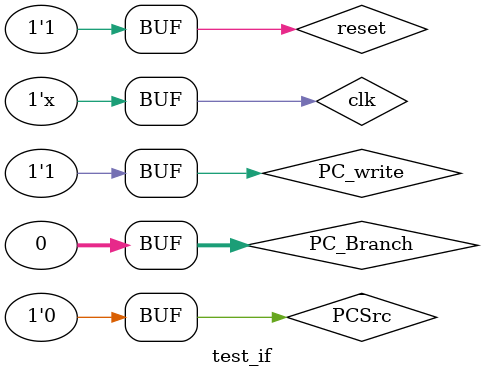
<source format=v>
`timescale 1ns / 1ps


module test_if();
    
  reg clk,reset;
reg PCSrc, PC_write;
reg [31:0] PC_Branch;
wire [31:0] PC_IF, INSTRUCTION_IF;

IF iff(
clk,reset,
PCSrc, PC_write,
PC_Branch,
PC_IF, INSTRUCTION_IF
    );

always #10 clk = ~clk;

  initial begin
    #0 clk=1'b0;
       reset=1'b1;

       PCSrc = 1'b0;
       PC_write = 1'b1;
       PC_Branch = 32'b0;




  end
endmodule

</source>
